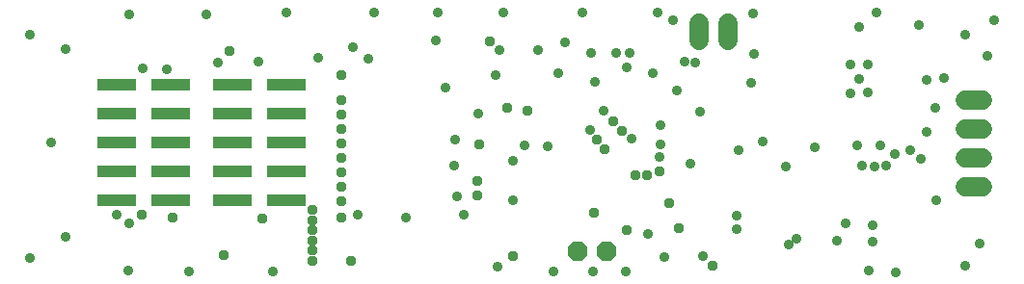
<source format=gbs>
G04 EAGLE Gerber RS-274X export*
G75*
%MOMM*%
%FSLAX34Y34*%
%LPD*%
%INSoldermask Bottom*%
%IPPOS*%
%AMOC8*
5,1,8,0,0,1.08239X$1,22.5*%
G01*
G04 Define Apertures*
%ADD10C,1.727200*%
%ADD11R,3.503200X1.053200*%
%ADD12P,1.8695X8X22.5*%
%ADD13C,0.909600*%
%ADD14C,0.959600*%
D10*
X845820Y85700D02*
X830580Y85700D01*
X830580Y111100D02*
X845820Y111100D01*
X845820Y136500D02*
X830580Y136500D01*
X830580Y161900D02*
X845820Y161900D01*
X622300Y214630D02*
X622300Y229870D01*
X596900Y229870D02*
X596900Y214630D01*
D11*
X234300Y175800D03*
X187300Y175800D03*
X187300Y150400D03*
X187300Y125000D03*
X187300Y99600D03*
X187300Y74200D03*
X234300Y150400D03*
X234300Y125000D03*
X234300Y99600D03*
X234300Y74200D03*
X132700Y175800D03*
X85700Y175800D03*
X85700Y150400D03*
X85700Y125000D03*
X85700Y99600D03*
X85700Y74200D03*
X132700Y150400D03*
X132700Y125000D03*
X132700Y99600D03*
X132700Y74200D03*
D12*
X490220Y29210D03*
X515620Y29210D03*
D13*
X725170Y53975D03*
D14*
X608330Y16510D03*
X445770Y152400D03*
X412750Y213388D03*
D13*
X501650Y203200D03*
X597290Y151560D03*
X390525Y61595D03*
X382270Y127000D03*
X642620Y177165D03*
X292735Y208915D03*
X262255Y199390D03*
X306070Y198755D03*
X729615Y193675D03*
X744855Y193675D03*
X744855Y168910D03*
X729615Y168275D03*
X737235Y180340D03*
X751205Y103505D03*
X749300Y37465D03*
X673100Y103505D03*
X652780Y125730D03*
X464185Y121285D03*
X631825Y118110D03*
X737235Y226695D03*
X473075Y186055D03*
X455295Y205740D03*
X468630Y11430D03*
X600075Y24765D03*
X566420Y24130D03*
X675640Y34925D03*
X745490Y12065D03*
X551815Y44450D03*
X417830Y184150D03*
X402590Y150495D03*
X563245Y123190D03*
X556260Y186055D03*
X577215Y170180D03*
X533400Y191135D03*
X535940Y203835D03*
X593725Y194945D03*
X584200Y195580D03*
X563245Y139700D03*
X782320Y118110D03*
X796925Y133985D03*
X796925Y179705D03*
X791845Y110490D03*
X735330Y122555D03*
X756285Y121920D03*
X739775Y104775D03*
X761365Y104775D03*
X749300Y52070D03*
X803910Y155575D03*
X789940Y227965D03*
X574040Y232410D03*
X645160Y202565D03*
X805180Y73660D03*
X811530Y181610D03*
X830580Y219710D03*
X849630Y200660D03*
X855980Y232410D03*
X830580Y16510D03*
X843280Y35560D03*
X365760Y214630D03*
X374015Y172720D03*
X419735Y15240D03*
X297180Y61595D03*
X339090Y59055D03*
X384175Y77470D03*
X381635Y104140D03*
X96520Y237490D03*
X164465Y237490D03*
X234315Y238760D03*
X311150Y238760D03*
X367665Y238760D03*
X424815Y239395D03*
X494030Y239395D03*
X560070Y239395D03*
X532765Y11430D03*
X682625Y40005D03*
X174625Y194945D03*
X209550Y196215D03*
X129540Y189230D03*
X108585Y189865D03*
X95885Y12065D03*
X148590Y11430D03*
X96520Y53975D03*
X85090Y60960D03*
X222250Y11430D03*
X433070Y73660D03*
X433705Y108585D03*
X443865Y122555D03*
X752475Y238760D03*
X644525Y238125D03*
X769620Y10795D03*
X589280Y106045D03*
X503555Y11430D03*
X8890Y22860D03*
X8890Y219710D03*
X40640Y207010D03*
X40640Y41910D03*
X27940Y124460D03*
X768350Y114300D03*
X698500Y120650D03*
X478790Y213200D03*
D14*
X107315Y60960D03*
X213360Y57785D03*
X184150Y205105D03*
X401955Y78105D03*
X428625Y155575D03*
X282575Y161925D03*
X282575Y149225D03*
X282575Y136525D03*
X282575Y123825D03*
X282575Y111125D03*
X282575Y98425D03*
X282575Y85725D03*
X282575Y73025D03*
X282575Y184150D03*
X282575Y58420D03*
X541020Y95885D03*
X533083Y47943D03*
X403860Y123190D03*
X507365Y127635D03*
X401955Y90805D03*
X513715Y118745D03*
D13*
X505400Y177860D03*
D14*
X257175Y29845D03*
D13*
X537845Y128270D03*
D14*
X257175Y47625D03*
D13*
X513080Y153035D03*
D14*
X257175Y38735D03*
X257175Y65405D03*
X521335Y143510D03*
X257175Y56515D03*
X528955Y135255D03*
D13*
X561975Y111760D03*
X717550Y38100D03*
D14*
X551180Y95885D03*
X579120Y49530D03*
D13*
X629920Y60325D03*
X629920Y48895D03*
X421640Y206375D03*
X501015Y135890D03*
X523875Y203200D03*
D14*
X561975Y99060D03*
X179070Y26035D03*
X134620Y58420D03*
X433705Y24765D03*
X290830Y20320D03*
X504825Y62865D03*
X257175Y20955D03*
X570230Y71120D03*
M02*

</source>
